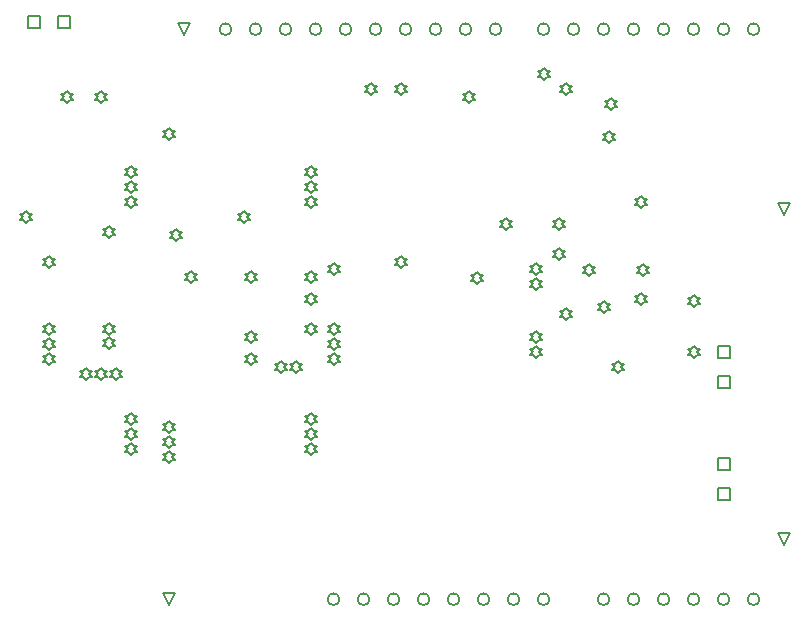
<source format=gbr>
%TF.GenerationSoftware,Altium Limited,Altium Designer,19.1.8 (144)*%
G04 Layer_Color=2752767*
%FSLAX26Y26*%
%MOIN*%
%TF.FileFunction,Drawing*%
%TF.Part,Single*%
G01*
G75*
%TA.AperFunction,NonConductor*%
%ADD44C,0.005000*%
%ADD56C,0.006667*%
D44*
X80000Y2005000D02*
Y2045000D01*
X120000D01*
Y2005000D01*
X80000D01*
X180000D02*
Y2045000D01*
X220000D01*
Y2005000D01*
X180000D01*
X2380000Y805000D02*
Y845000D01*
X2420000D01*
Y805000D01*
X2380000D01*
Y905000D02*
Y945000D01*
X2420000D01*
Y905000D01*
X2380000D01*
Y430000D02*
Y470000D01*
X2420000D01*
Y430000D01*
X2380000D01*
Y530000D02*
Y570000D01*
X2420000D01*
Y530000D01*
X2380000D01*
X600000Y1980000D02*
X580000Y2020000D01*
X620000D01*
X600000Y1980000D01*
X550000Y80000D02*
X530000Y120000D01*
X570000D01*
X550000Y80000D01*
X2600000Y1380000D02*
X2580000Y1420000D01*
X2620000D01*
X2600000Y1380000D01*
Y280000D02*
X2580000Y320000D01*
X2620000D01*
X2600000Y280000D01*
X975000Y855000D02*
X985000Y865000D01*
X995000D01*
X985000Y875000D01*
X995000Y885000D01*
X985000D01*
X975000Y895000D01*
X965000Y885000D01*
X955000D01*
X965000Y875000D01*
X955000Y865000D01*
X965000D01*
X975000Y855000D01*
X1100000Y880000D02*
X1110000Y890000D01*
X1120000D01*
X1110000Y900000D01*
X1120000Y910000D01*
X1110000D01*
X1100000Y920000D01*
X1090000Y910000D01*
X1080000D01*
X1090000Y900000D01*
X1080000Y890000D01*
X1090000D01*
X1100000Y880000D01*
Y930000D02*
X1110000Y940000D01*
X1120000D01*
X1110000Y950000D01*
X1120000Y960000D01*
X1110000D01*
X1100000Y970000D01*
X1090000Y960000D01*
X1080000D01*
X1090000Y950000D01*
X1080000Y940000D01*
X1090000D01*
X1100000Y930000D01*
Y980000D02*
X1110000Y990000D01*
X1120000D01*
X1110000Y1000000D01*
X1120000Y1010000D01*
X1110000D01*
X1100000Y1020000D01*
X1090000Y1010000D01*
X1080000D01*
X1090000Y1000000D01*
X1080000Y990000D01*
X1090000D01*
X1100000Y980000D01*
X925000Y855000D02*
X935000Y865000D01*
X945000D01*
X935000Y875000D01*
X945000Y885000D01*
X935000D01*
X925000Y895000D01*
X915000Y885000D01*
X905000D01*
X915000Y875000D01*
X905000Y865000D01*
X915000D01*
X925000Y855000D01*
X375000Y830000D02*
X385000Y840000D01*
X395000D01*
X385000Y850000D01*
X395000Y860000D01*
X385000D01*
X375000Y870000D01*
X365000Y860000D01*
X355000D01*
X365000Y850000D01*
X355000Y840000D01*
X365000D01*
X375000Y830000D01*
X325000D02*
X335000Y840000D01*
X345000D01*
X335000Y850000D01*
X345000Y860000D01*
X335000D01*
X325000Y870000D01*
X315000Y860000D01*
X305000D01*
X315000Y850000D01*
X305000Y840000D01*
X315000D01*
X325000Y830000D01*
X275000D02*
X285000Y840000D01*
X295000D01*
X285000Y850000D01*
X295000Y860000D01*
X285000D01*
X275000Y870000D01*
X265000Y860000D01*
X255000D01*
X265000Y850000D01*
X255000Y840000D01*
X265000D01*
X275000Y830000D01*
X150000Y980000D02*
X160000Y990000D01*
X170000D01*
X160000Y1000000D01*
X170000Y1010000D01*
X160000D01*
X150000Y1020000D01*
X140000Y1010000D01*
X130000D01*
X140000Y1000000D01*
X130000Y990000D01*
X140000D01*
X150000Y980000D01*
Y880000D02*
X160000Y890000D01*
X170000D01*
X160000Y900000D01*
X170000Y910000D01*
X160000D01*
X150000Y920000D01*
X140000Y910000D01*
X130000D01*
X140000Y900000D01*
X130000Y890000D01*
X140000D01*
X150000Y880000D01*
Y930000D02*
X160000Y940000D01*
X170000D01*
X160000Y950000D01*
X170000Y960000D01*
X160000D01*
X150000Y970000D01*
X140000Y960000D01*
X130000D01*
X140000Y950000D01*
X130000Y940000D01*
X140000D01*
X150000Y930000D01*
X2125000Y1080000D02*
X2135000Y1090000D01*
X2145000D01*
X2135000Y1100000D01*
X2145000Y1110000D01*
X2135000D01*
X2125000Y1120000D01*
X2115000Y1110000D01*
X2105000D01*
X2115000Y1100000D01*
X2105000Y1090000D01*
X2115000D01*
X2125000Y1080000D01*
X2300000Y1072913D02*
X2310000Y1082913D01*
X2320000D01*
X2310000Y1092913D01*
X2320000Y1102913D01*
X2310000D01*
X2300000Y1112913D01*
X2290000Y1102913D01*
X2280000D01*
X2290000Y1092913D01*
X2280000Y1082913D01*
X2290000D01*
X2300000Y1072913D01*
Y905000D02*
X2310000Y915000D01*
X2320000D01*
X2310000Y925000D01*
X2320000Y935000D01*
X2310000D01*
X2300000Y945000D01*
X2290000Y935000D01*
X2280000D01*
X2290000Y925000D01*
X2280000Y915000D01*
X2290000D01*
X2300000Y905000D01*
X2000000Y1055000D02*
X2010000Y1065000D01*
X2020000D01*
X2010000Y1075000D01*
X2020000Y1085000D01*
X2010000D01*
X2000000Y1095000D01*
X1990000Y1085000D01*
X1980000D01*
X1990000Y1075000D01*
X1980000Y1065000D01*
X1990000D01*
X2000000Y1055000D01*
X2049497Y855000D02*
X2059497Y865000D01*
X2069497D01*
X2059497Y875000D01*
X2069497Y885000D01*
X2059497D01*
X2049497Y895000D01*
X2039497Y885000D01*
X2029497D01*
X2039497Y875000D01*
X2029497Y865000D01*
X2039497D01*
X2049497Y855000D01*
X1025000Y1080000D02*
X1035000Y1090000D01*
X1045000D01*
X1035000Y1100000D01*
X1045000Y1110000D01*
X1035000D01*
X1025000Y1120000D01*
X1015000Y1110000D01*
X1005000D01*
X1015000Y1100000D01*
X1005000Y1090000D01*
X1015000D01*
X1025000Y1080000D01*
Y1155000D02*
X1035000Y1165000D01*
X1045000D01*
X1035000Y1175000D01*
X1045000Y1185000D01*
X1035000D01*
X1025000Y1195000D01*
X1015000Y1185000D01*
X1005000D01*
X1015000Y1175000D01*
X1005000Y1165000D01*
X1015000D01*
X1025000Y1155000D01*
Y980000D02*
X1035000Y990000D01*
X1045000D01*
X1035000Y1000000D01*
X1045000Y1010000D01*
X1035000D01*
X1025000Y1020000D01*
X1015000Y1010000D01*
X1005000D01*
X1015000Y1000000D01*
X1005000Y990000D01*
X1015000D01*
X1025000Y980000D01*
Y1505000D02*
X1035000Y1515000D01*
X1045000D01*
X1035000Y1525000D01*
X1045000Y1535000D01*
X1035000D01*
X1025000Y1545000D01*
X1015000Y1535000D01*
X1005000D01*
X1015000Y1525000D01*
X1005000Y1515000D01*
X1015000D01*
X1025000Y1505000D01*
Y1455000D02*
X1035000Y1465000D01*
X1045000D01*
X1035000Y1475000D01*
X1045000Y1485000D01*
X1035000D01*
X1025000Y1495000D01*
X1015000Y1485000D01*
X1005000D01*
X1015000Y1475000D01*
X1005000Y1465000D01*
X1015000D01*
X1025000Y1455000D01*
Y1405000D02*
X1035000Y1415000D01*
X1045000D01*
X1035000Y1425000D01*
X1045000Y1435000D01*
X1035000D01*
X1025000Y1445000D01*
X1015000Y1435000D01*
X1005000D01*
X1015000Y1425000D01*
X1005000Y1415000D01*
X1015000D01*
X1025000Y1405000D01*
Y580000D02*
X1035000Y590000D01*
X1045000D01*
X1035000Y600000D01*
X1045000Y610000D01*
X1035000D01*
X1025000Y620000D01*
X1015000Y610000D01*
X1005000D01*
X1015000Y600000D01*
X1005000Y590000D01*
X1015000D01*
X1025000Y580000D01*
Y630000D02*
X1035000Y640000D01*
X1045000D01*
X1035000Y650000D01*
X1045000Y660000D01*
X1035000D01*
X1025000Y670000D01*
X1015000Y660000D01*
X1005000D01*
X1015000Y650000D01*
X1005000Y640000D01*
X1015000D01*
X1025000Y630000D01*
Y680000D02*
X1035000Y690000D01*
X1045000D01*
X1035000Y700000D01*
X1045000Y710000D01*
X1035000D01*
X1025000Y720000D01*
X1015000Y710000D01*
X1005000D01*
X1015000Y700000D01*
X1005000Y690000D01*
X1015000D01*
X1025000Y680000D01*
X550000Y555000D02*
X560000Y565000D01*
X570000D01*
X560000Y575000D01*
X570000Y585000D01*
X560000D01*
X550000Y595000D01*
X540000Y585000D01*
X530000D01*
X540000Y575000D01*
X530000Y565000D01*
X540000D01*
X550000Y555000D01*
Y605000D02*
X560000Y615000D01*
X570000D01*
X560000Y625000D01*
X570000Y635000D01*
X560000D01*
X550000Y645000D01*
X540000Y635000D01*
X530000D01*
X540000Y625000D01*
X530000Y615000D01*
X540000D01*
X550000Y605000D01*
Y655000D02*
X560000Y665000D01*
X570000D01*
X560000Y675000D01*
X570000Y685000D01*
X560000D01*
X550000Y695000D01*
X540000Y685000D01*
X530000D01*
X540000Y675000D01*
X530000Y665000D01*
X540000D01*
X550000Y655000D01*
Y1630000D02*
X560000Y1640000D01*
X570000D01*
X560000Y1650000D01*
X570000Y1660000D01*
X560000D01*
X550000Y1670000D01*
X540000Y1660000D01*
X530000D01*
X540000Y1650000D01*
X530000Y1640000D01*
X540000D01*
X550000Y1630000D01*
X425000Y580000D02*
X435000Y590000D01*
X445000D01*
X435000Y600000D01*
X445000Y610000D01*
X435000D01*
X425000Y620000D01*
X415000Y610000D01*
X405000D01*
X415000Y600000D01*
X405000Y590000D01*
X415000D01*
X425000Y580000D01*
Y630000D02*
X435000Y640000D01*
X445000D01*
X435000Y650000D01*
X445000Y660000D01*
X435000D01*
X425000Y670000D01*
X415000Y660000D01*
X405000D01*
X415000Y650000D01*
X405000Y640000D01*
X415000D01*
X425000Y630000D01*
Y680000D02*
X435000Y690000D01*
X445000D01*
X435000Y700000D01*
X445000Y710000D01*
X435000D01*
X425000Y720000D01*
X415000Y710000D01*
X405000D01*
X415000Y700000D01*
X405000Y690000D01*
X415000D01*
X425000Y680000D01*
Y1405000D02*
X435000Y1415000D01*
X445000D01*
X435000Y1425000D01*
X445000Y1435000D01*
X435000D01*
X425000Y1445000D01*
X415000Y1435000D01*
X405000D01*
X415000Y1425000D01*
X405000Y1415000D01*
X415000D01*
X425000Y1405000D01*
Y1455000D02*
X435000Y1465000D01*
X445000D01*
X435000Y1475000D01*
X445000Y1485000D01*
X435000D01*
X425000Y1495000D01*
X415000Y1485000D01*
X405000D01*
X415000Y1475000D01*
X405000Y1465000D01*
X415000D01*
X425000Y1455000D01*
Y1505000D02*
X435000Y1515000D01*
X445000D01*
X435000Y1525000D01*
X445000Y1535000D01*
X435000D01*
X425000Y1545000D01*
X415000Y1535000D01*
X405000D01*
X415000Y1525000D01*
X405000Y1515000D01*
X415000D01*
X425000Y1505000D01*
X1325000Y1205000D02*
X1335000Y1215000D01*
X1345000D01*
X1335000Y1225000D01*
X1345000Y1235000D01*
X1335000D01*
X1325000Y1245000D01*
X1315000Y1235000D01*
X1305000D01*
X1315000Y1225000D01*
X1305000Y1215000D01*
X1315000D01*
X1325000Y1205000D01*
X575000Y1293284D02*
X585000Y1303284D01*
X595000D01*
X585000Y1313284D01*
X595000Y1323284D01*
X585000D01*
X575000Y1333284D01*
X565000Y1323284D01*
X555000D01*
X565000Y1313284D01*
X555000Y1303284D01*
X565000D01*
X575000Y1293284D01*
X75000Y1355000D02*
X85000Y1365000D01*
X95000D01*
X85000Y1375000D01*
X95000Y1385000D01*
X85000D01*
X75000Y1395000D01*
X65000Y1385000D01*
X55000D01*
X65000Y1375000D01*
X55000Y1365000D01*
X65000D01*
X75000Y1355000D01*
X1675000Y1330000D02*
X1685000Y1340000D01*
X1695000D01*
X1685000Y1350000D01*
X1695000Y1360000D01*
X1685000D01*
X1675000Y1370000D01*
X1665000Y1360000D01*
X1655000D01*
X1665000Y1350000D01*
X1655000Y1340000D01*
X1665000D01*
X1675000Y1330000D01*
X1875000Y1030000D02*
X1885000Y1040000D01*
X1895000D01*
X1885000Y1050000D01*
X1895000Y1060000D01*
X1885000D01*
X1875000Y1070000D01*
X1865000Y1060000D01*
X1855000D01*
X1865000Y1050000D01*
X1855000Y1040000D01*
X1865000D01*
X1875000Y1030000D01*
X1775000Y1130000D02*
X1785000Y1140000D01*
X1795000D01*
X1785000Y1150000D01*
X1795000Y1160000D01*
X1785000D01*
X1775000Y1170000D01*
X1765000Y1160000D01*
X1755000D01*
X1765000Y1150000D01*
X1755000Y1140000D01*
X1765000D01*
X1775000Y1130000D01*
Y1180000D02*
X1785000Y1190000D01*
X1795000D01*
X1785000Y1200000D01*
X1795000Y1210000D01*
X1785000D01*
X1775000Y1220000D01*
X1765000Y1210000D01*
X1755000D01*
X1765000Y1200000D01*
X1755000Y1190000D01*
X1765000D01*
X1775000Y1180000D01*
X800000Y1355000D02*
X810000Y1365000D01*
X820000D01*
X810000Y1375000D01*
X820000Y1385000D01*
X810000D01*
X800000Y1395000D01*
X790000Y1385000D01*
X780000D01*
X790000Y1375000D01*
X780000Y1365000D01*
X790000D01*
X800000Y1355000D01*
X1225000Y1780000D02*
X1235000Y1790000D01*
X1245000D01*
X1235000Y1800000D01*
X1245000Y1810000D01*
X1235000D01*
X1225000Y1820000D01*
X1215000Y1810000D01*
X1205000D01*
X1215000Y1800000D01*
X1205000Y1790000D01*
X1215000D01*
X1225000Y1780000D01*
X1325000D02*
X1335000Y1790000D01*
X1345000D01*
X1335000Y1800000D01*
X1345000Y1810000D01*
X1335000D01*
X1325000Y1820000D01*
X1315000Y1810000D01*
X1305000D01*
X1315000Y1800000D01*
X1305000Y1790000D01*
X1315000D01*
X1325000Y1780000D01*
X2125000Y1405000D02*
X2135000Y1415000D01*
X2145000D01*
X2135000Y1425000D01*
X2145000Y1435000D01*
X2135000D01*
X2125000Y1445000D01*
X2115000Y1435000D01*
X2105000D01*
X2115000Y1425000D01*
X2105000Y1415000D01*
X2115000D01*
X2125000Y1405000D01*
X350000Y1305000D02*
X360000Y1315000D01*
X370000D01*
X360000Y1325000D01*
X370000Y1335000D01*
X360000D01*
X350000Y1345000D01*
X340000Y1335000D01*
X330000D01*
X340000Y1325000D01*
X330000Y1315000D01*
X340000D01*
X350000Y1305000D01*
X1550000Y1755000D02*
X1560000Y1765000D01*
X1570000D01*
X1560000Y1775000D01*
X1570000Y1785000D01*
X1560000D01*
X1550000Y1795000D01*
X1540000Y1785000D01*
X1530000D01*
X1540000Y1775000D01*
X1530000Y1765000D01*
X1540000D01*
X1550000Y1755000D01*
X1850000Y1330000D02*
X1860000Y1340000D01*
X1870000D01*
X1860000Y1350000D01*
X1870000Y1360000D01*
X1860000D01*
X1850000Y1370000D01*
X1840000Y1360000D01*
X1830000D01*
X1840000Y1350000D01*
X1830000Y1340000D01*
X1840000D01*
X1850000Y1330000D01*
Y1230000D02*
X1860000Y1240000D01*
X1870000D01*
X1860000Y1250000D01*
X1870000Y1260000D01*
X1860000D01*
X1850000Y1270000D01*
X1840000Y1260000D01*
X1830000D01*
X1840000Y1250000D01*
X1830000Y1240000D01*
X1840000D01*
X1850000Y1230000D01*
X1775000Y905000D02*
X1785000Y915000D01*
X1795000D01*
X1785000Y925000D01*
X1795000Y935000D01*
X1785000D01*
X1775000Y945000D01*
X1765000Y935000D01*
X1755000D01*
X1765000Y925000D01*
X1755000Y915000D01*
X1765000D01*
X1775000Y905000D01*
Y955000D02*
X1785000Y965000D01*
X1795000D01*
X1785000Y975000D01*
X1795000Y985000D01*
X1785000D01*
X1775000Y995000D01*
X1765000Y985000D01*
X1755000D01*
X1765000Y975000D01*
X1755000Y965000D01*
X1765000D01*
X1775000Y955000D01*
X825000Y880000D02*
X835000Y890000D01*
X845000D01*
X835000Y900000D01*
X845000Y910000D01*
X835000D01*
X825000Y920000D01*
X815000Y910000D01*
X805000D01*
X815000Y900000D01*
X805000Y890000D01*
X815000D01*
X825000Y880000D01*
Y955000D02*
X835000Y965000D01*
X845000D01*
X835000Y975000D01*
X845000Y985000D01*
X835000D01*
X825000Y995000D01*
X815000Y985000D01*
X805000D01*
X815000Y975000D01*
X805000Y965000D01*
X815000D01*
X825000Y955000D01*
X2025000Y1730000D02*
X2035000Y1740000D01*
X2045000D01*
X2035000Y1750000D01*
X2045000Y1760000D01*
X2035000D01*
X2025000Y1770000D01*
X2015000Y1760000D01*
X2005000D01*
X2015000Y1750000D01*
X2005000Y1740000D01*
X2015000D01*
X2025000Y1730000D01*
X1800000Y1830000D02*
X1810000Y1840000D01*
X1820000D01*
X1810000Y1850000D01*
X1820000Y1860000D01*
X1810000D01*
X1800000Y1870000D01*
X1790000Y1860000D01*
X1780000D01*
X1790000Y1850000D01*
X1780000Y1840000D01*
X1790000D01*
X1800000Y1830000D01*
X350000Y933543D02*
X360000Y943543D01*
X370000D01*
X360000Y953543D01*
X370000Y963543D01*
X360000D01*
X350000Y973543D01*
X340000Y963543D01*
X330000D01*
X340000Y953543D01*
X330000Y943543D01*
X340000D01*
X350000Y933543D01*
Y980000D02*
X360000Y990000D01*
X370000D01*
X360000Y1000000D01*
X370000Y1010000D01*
X360000D01*
X350000Y1020000D01*
X340000Y1010000D01*
X330000D01*
X340000Y1000000D01*
X330000Y990000D01*
X340000D01*
X350000Y980000D01*
X825000Y1155000D02*
X835000Y1165000D01*
X845000D01*
X835000Y1175000D01*
X845000Y1185000D01*
X835000D01*
X825000Y1195000D01*
X815000Y1185000D01*
X805000D01*
X815000Y1175000D01*
X805000Y1165000D01*
X815000D01*
X825000Y1155000D01*
X625000D02*
X635000Y1165000D01*
X645000D01*
X635000Y1175000D01*
X645000Y1185000D01*
X635000D01*
X625000Y1195000D01*
X615000Y1185000D01*
X605000D01*
X615000Y1175000D01*
X605000Y1165000D01*
X615000D01*
X625000Y1155000D01*
X2132087Y1177916D02*
X2142087Y1187916D01*
X2152087D01*
X2142087Y1197916D01*
X2152087Y1207916D01*
X2142087D01*
X2132087Y1217916D01*
X2122087Y1207916D01*
X2112087D01*
X2122087Y1197916D01*
X2112087Y1187916D01*
X2122087D01*
X2132087Y1177916D01*
X1950000Y1178032D02*
X1960000Y1188032D01*
X1970000D01*
X1960000Y1198032D01*
X1970000Y1208032D01*
X1960000D01*
X1950000Y1218032D01*
X1940000Y1208032D01*
X1930000D01*
X1940000Y1198032D01*
X1930000Y1188032D01*
X1940000D01*
X1950000Y1178032D01*
X1578543Y1151457D02*
X1588543Y1161457D01*
X1598543D01*
X1588543Y1171457D01*
X1598543Y1181457D01*
X1588543D01*
X1578543Y1191457D01*
X1568543Y1181457D01*
X1558543D01*
X1568543Y1171457D01*
X1558543Y1161457D01*
X1568543D01*
X1578543Y1151457D01*
X1100000Y1180000D02*
X1110000Y1190000D01*
X1120000D01*
X1110000Y1200000D01*
X1120000Y1210000D01*
X1110000D01*
X1100000Y1220000D01*
X1090000Y1210000D01*
X1080000D01*
X1090000Y1200000D01*
X1080000Y1190000D01*
X1090000D01*
X1100000Y1180000D01*
X212599Y1754016D02*
X222599Y1764016D01*
X232599D01*
X222599Y1774016D01*
X232599Y1784016D01*
X222599D01*
X212599Y1794016D01*
X202599Y1784016D01*
X192599D01*
X202599Y1774016D01*
X192599Y1764016D01*
X202599D01*
X212599Y1754016D01*
X325000Y1755000D02*
X335000Y1765000D01*
X345000D01*
X335000Y1775000D01*
X345000Y1785000D01*
X335000D01*
X325000Y1795000D01*
X315000Y1785000D01*
X305000D01*
X315000Y1775000D01*
X305000Y1765000D01*
X315000D01*
X325000Y1755000D01*
X1875000Y1780000D02*
X1885000Y1790000D01*
X1895000D01*
X1885000Y1800000D01*
X1895000Y1810000D01*
X1885000D01*
X1875000Y1820000D01*
X1865000Y1810000D01*
X1855000D01*
X1865000Y1800000D01*
X1855000Y1790000D01*
X1865000D01*
X1875000Y1780000D01*
X2017913Y1619583D02*
X2027913Y1629583D01*
X2037913D01*
X2027913Y1639583D01*
X2037913Y1649583D01*
X2027913D01*
X2017913Y1659583D01*
X2007913Y1649583D01*
X1997913D01*
X2007913Y1639583D01*
X1997913Y1629583D01*
X2007913D01*
X2017913Y1619583D01*
X150000Y1205000D02*
X160000Y1215000D01*
X170000D01*
X160000Y1225000D01*
X170000Y1235000D01*
X160000D01*
X150000Y1245000D01*
X140000Y1235000D01*
X130000D01*
X140000Y1225000D01*
X130000Y1215000D01*
X140000D01*
X150000Y1205000D01*
D56*
X1620000Y100000D02*
G03*
X1620000Y100000I-20000J0D01*
G01*
X1720000D02*
G03*
X1720000Y100000I-20000J0D01*
G01*
X1120000D02*
G03*
X1120000Y100000I-20000J0D01*
G01*
X1220000D02*
G03*
X1220000Y100000I-20000J0D01*
G01*
X1320000D02*
G03*
X1320000Y100000I-20000J0D01*
G01*
X1420000D02*
G03*
X1420000Y100000I-20000J0D01*
G01*
X1520000D02*
G03*
X1520000Y100000I-20000J0D01*
G01*
X1820000D02*
G03*
X1820000Y100000I-20000J0D01*
G01*
X2320000Y2000000D02*
G03*
X2320000Y2000000I-20000J0D01*
G01*
X2420000D02*
G03*
X2420000Y2000000I-20000J0D01*
G01*
X1820000D02*
G03*
X1820000Y2000000I-20000J0D01*
G01*
X1920000D02*
G03*
X1920000Y2000000I-20000J0D01*
G01*
X2020000D02*
G03*
X2020000Y2000000I-20000J0D01*
G01*
X2120000D02*
G03*
X2120000Y2000000I-20000J0D01*
G01*
X2220000D02*
G03*
X2220000Y2000000I-20000J0D01*
G01*
X2520000D02*
G03*
X2520000Y2000000I-20000J0D01*
G01*
X760000D02*
G03*
X760000Y2000000I-20000J0D01*
G01*
X860000D02*
G03*
X860000Y2000000I-20000J0D01*
G01*
X960000D02*
G03*
X960000Y2000000I-20000J0D01*
G01*
X1060000D02*
G03*
X1060000Y2000000I-20000J0D01*
G01*
X1160000D02*
G03*
X1160000Y2000000I-20000J0D01*
G01*
X1260000D02*
G03*
X1260000Y2000000I-20000J0D01*
G01*
X1360000D02*
G03*
X1360000Y2000000I-20000J0D01*
G01*
X1460000D02*
G03*
X1460000Y2000000I-20000J0D01*
G01*
X1560000D02*
G03*
X1560000Y2000000I-20000J0D01*
G01*
X1660000D02*
G03*
X1660000Y2000000I-20000J0D01*
G01*
X2520000Y100000D02*
G03*
X2520000Y100000I-20000J0D01*
G01*
X2420000D02*
G03*
X2420000Y100000I-20000J0D01*
G01*
X2320000D02*
G03*
X2320000Y100000I-20000J0D01*
G01*
X2220000D02*
G03*
X2220000Y100000I-20000J0D01*
G01*
X2120000D02*
G03*
X2120000Y100000I-20000J0D01*
G01*
X2020000D02*
G03*
X2020000Y100000I-20000J0D01*
G01*
%TF.MD5,486d662cc8d1f7440e99401d9d765941*%
M02*

</source>
